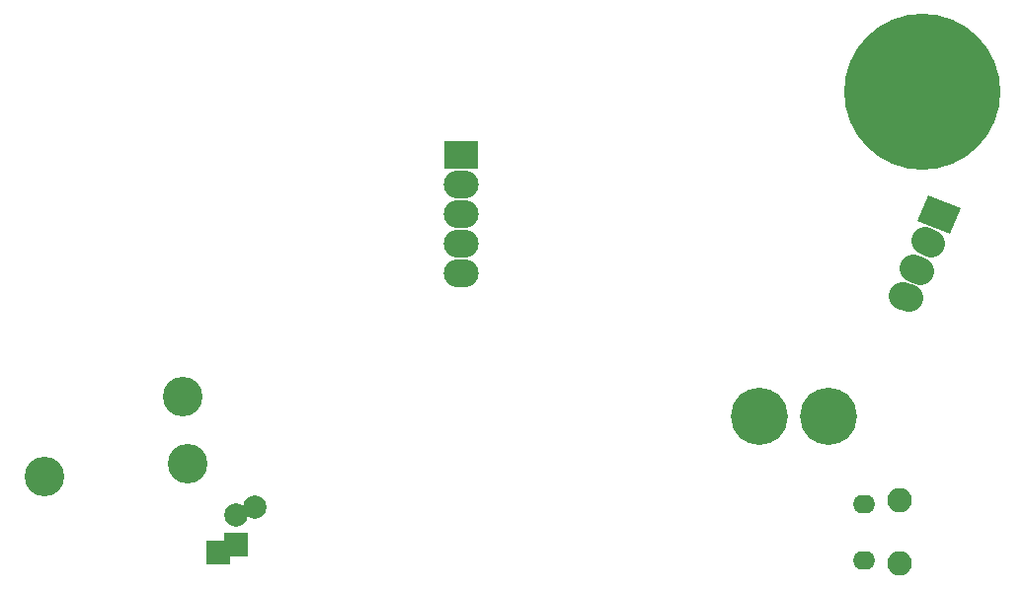
<source format=gbs>
G04 #@! TF.FileFunction,Soldermask,Bot*
%FSLAX46Y46*%
G04 Gerber Fmt 4.6, Leading zero omitted, Abs format (unit mm)*
G04 Created by KiCad (PCBNEW 4.0.2+dfsg1-stable) date Thu 12 Apr 2018 12:39:55 PM EDT*
%MOMM*%
G01*
G04 APERTURE LIST*
%ADD10C,0.100000*%
%ADD11C,2.400000*%
%ADD12R,2.000000X2.000000*%
%ADD13C,2.000000*%
%ADD14C,4.900000*%
%ADD15O,1.900000X1.600000*%
%ADD16O,2.100000X2.100000*%
%ADD17C,13.400000*%
%ADD18R,3.000000X2.400000*%
%ADD19O,3.000000X2.400000*%
%ADD20C,3.400000*%
G04 APERTURE END LIST*
D10*
G36*
X175218752Y-49705469D02*
X178000304Y-50829289D01*
X177101248Y-53054531D01*
X174319696Y-51930711D01*
X175218752Y-49705469D01*
X175218752Y-49705469D01*
G37*
D11*
X175486654Y-53847429D02*
X174930344Y-53622665D01*
X174535154Y-56202476D02*
X173978844Y-55977712D01*
X173583653Y-58557523D02*
X173027343Y-58332759D01*
D12*
X115900000Y-79680000D03*
D13*
X115900000Y-77180000D03*
D12*
X114300000Y-80350937D03*
D13*
X117500000Y-76509063D03*
D14*
X166700000Y-68700000D03*
X160700000Y-68700000D03*
D15*
X169740000Y-81020000D03*
X169740000Y-76180000D03*
D16*
X172740000Y-81330000D03*
X172740000Y-75870000D03*
D17*
X174680000Y-40850000D03*
D18*
X135128000Y-46228000D03*
D19*
X135128000Y-48768000D03*
X135128000Y-51308000D03*
X135128000Y-53848000D03*
X135128000Y-56388000D03*
D20*
X99420515Y-73880000D03*
X111285064Y-67030000D03*
X111720000Y-72783332D03*
M02*

</source>
